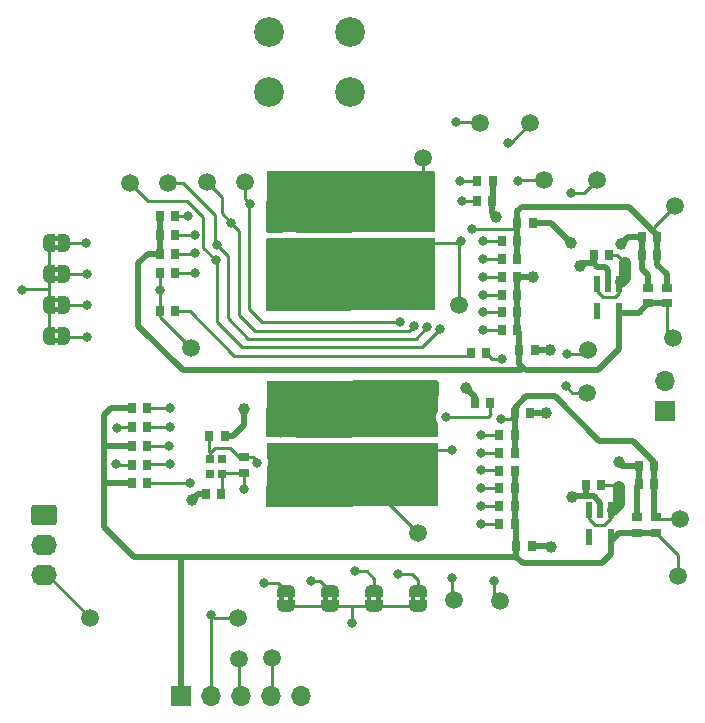
<source format=gbr>
%TF.GenerationSoftware,KiCad,Pcbnew,(6.0.0-0)*%
%TF.CreationDate,2022-06-10T22:05:24-07:00*%
%TF.ProjectId,bitaxe,62697461-7865-42e6-9b69-6361645f7063,rev?*%
%TF.SameCoordinates,Original*%
%TF.FileFunction,Copper,L1,Top*%
%TF.FilePolarity,Positive*%
%FSLAX46Y46*%
G04 Gerber Fmt 4.6, Leading zero omitted, Abs format (unit mm)*
G04 Created by KiCad (PCBNEW (6.0.0-0)) date 2022-06-10 22:05:24*
%MOMM*%
%LPD*%
G01*
G04 APERTURE LIST*
G04 Aperture macros list*
%AMRoundRect*
0 Rectangle with rounded corners*
0 $1 Rounding radius*
0 $2 $3 $4 $5 $6 $7 $8 $9 X,Y pos of 4 corners*
0 Add a 4 corners polygon primitive as box body*
4,1,4,$2,$3,$4,$5,$6,$7,$8,$9,$2,$3,0*
0 Add four circle primitives for the rounded corners*
1,1,$1+$1,$2,$3*
1,1,$1+$1,$4,$5*
1,1,$1+$1,$6,$7*
1,1,$1+$1,$8,$9*
0 Add four rect primitives between the rounded corners*
20,1,$1+$1,$2,$3,$4,$5,0*
20,1,$1+$1,$4,$5,$6,$7,0*
20,1,$1+$1,$6,$7,$8,$9,0*
20,1,$1+$1,$8,$9,$2,$3,0*%
%AMFreePoly0*
4,1,22,0.500000,-0.750000,0.000000,-0.750000,0.000000,-0.745033,-0.079941,-0.743568,-0.215256,-0.701293,-0.333266,-0.622738,-0.424486,-0.514219,-0.481581,-0.384460,-0.499164,-0.250000,-0.500000,-0.250000,-0.500000,0.250000,-0.499164,0.250000,-0.499963,0.256109,-0.478152,0.396186,-0.417904,0.524511,-0.324060,0.630769,-0.204165,0.706417,-0.067858,0.745374,0.000000,0.744959,0.000000,0.750000,
0.500000,0.750000,0.500000,-0.750000,0.500000,-0.750000,$1*%
%AMFreePoly1*
4,1,20,0.000000,0.744959,0.073905,0.744508,0.209726,0.703889,0.328688,0.626782,0.421226,0.519385,0.479903,0.390333,0.500000,0.250000,0.500000,-0.250000,0.499851,-0.262216,0.476331,-0.402017,0.414519,-0.529596,0.319384,-0.634700,0.198574,-0.708877,0.061801,-0.746166,0.000000,-0.745033,0.000000,-0.750000,-0.500000,-0.750000,-0.500000,0.750000,0.000000,0.750000,0.000000,0.744959,
0.000000,0.744959,$1*%
G04 Aperture macros list end*
%TA.AperFunction,SMDPad,CuDef*%
%ADD10R,0.558800X1.422400*%
%TD*%
%TA.AperFunction,SMDPad,CuDef*%
%ADD11C,1.500000*%
%TD*%
%TA.AperFunction,ComponentPad*%
%ADD12O,2.190000X1.740000*%
%TD*%
%TA.AperFunction,ComponentPad*%
%ADD13RoundRect,0.250000X-0.845000X0.620000X-0.845000X-0.620000X0.845000X-0.620000X0.845000X0.620000X0*%
%TD*%
%TA.AperFunction,SMDPad,CuDef*%
%ADD14R,0.900000X0.700000*%
%TD*%
%TA.AperFunction,ComponentPad*%
%ADD15C,2.520000*%
%TD*%
%TA.AperFunction,SMDPad,CuDef*%
%ADD16R,0.700000X0.900000*%
%TD*%
%TA.AperFunction,SMDPad,CuDef*%
%ADD17FreePoly0,0.000000*%
%TD*%
%TA.AperFunction,SMDPad,CuDef*%
%ADD18FreePoly1,0.000000*%
%TD*%
%TA.AperFunction,ComponentPad*%
%ADD19O,1.700000X1.700000*%
%TD*%
%TA.AperFunction,ComponentPad*%
%ADD20R,1.700000X1.700000*%
%TD*%
%TA.AperFunction,SMDPad,CuDef*%
%ADD21FreePoly0,270.000000*%
%TD*%
%TA.AperFunction,SMDPad,CuDef*%
%ADD22FreePoly1,270.000000*%
%TD*%
%TA.AperFunction,SMDPad,CuDef*%
%ADD23RoundRect,0.250000X1.025000X-0.875000X1.025000X0.875000X-1.025000X0.875000X-1.025000X-0.875000X0*%
%TD*%
%TA.AperFunction,SMDPad,CuDef*%
%ADD24R,0.750000X0.700000*%
%TD*%
%TA.AperFunction,ViaPad*%
%ADD25C,0.800000*%
%TD*%
%TA.AperFunction,ViaPad*%
%ADD26C,1.000000*%
%TD*%
%TA.AperFunction,Conductor*%
%ADD27C,0.254000*%
%TD*%
%TA.AperFunction,Conductor*%
%ADD28C,0.508000*%
%TD*%
%TA.AperFunction,Conductor*%
%ADD29C,1.000000*%
%TD*%
G04 APERTURE END LIST*
%TO.C,JP2*%
G36*
X64670000Y-68950000D02*
G01*
X64170000Y-68950000D01*
X64170000Y-68550000D01*
X64670000Y-68550000D01*
X64670000Y-68950000D01*
G37*
G36*
X64670000Y-69750000D02*
G01*
X64170000Y-69750000D01*
X64170000Y-69350000D01*
X64670000Y-69350000D01*
X64670000Y-69750000D01*
G37*
%TO.C,JP5*%
G36*
X95580000Y-96900000D02*
G01*
X95180000Y-96900000D01*
X95180000Y-96400000D01*
X95580000Y-96400000D01*
X95580000Y-96900000D01*
G37*
G36*
X94780000Y-96900000D02*
G01*
X94380000Y-96900000D01*
X94380000Y-96400000D01*
X94780000Y-96400000D01*
X94780000Y-96900000D01*
G37*
%TO.C,JP1*%
G36*
X64670000Y-67136667D02*
G01*
X64170000Y-67136667D01*
X64170000Y-66736667D01*
X64670000Y-66736667D01*
X64670000Y-67136667D01*
G37*
G36*
X64670000Y-66336667D02*
G01*
X64170000Y-66336667D01*
X64170000Y-65936667D01*
X64670000Y-65936667D01*
X64670000Y-66336667D01*
G37*
%TO.C,JP8*%
G36*
X84440000Y-96900000D02*
G01*
X84040000Y-96900000D01*
X84040000Y-96400000D01*
X84440000Y-96400000D01*
X84440000Y-96900000D01*
G37*
G36*
X83640000Y-96900000D02*
G01*
X83240000Y-96900000D01*
X83240000Y-96400000D01*
X83640000Y-96400000D01*
X83640000Y-96900000D01*
G37*
%TO.C,JP6*%
G36*
X91866666Y-96900000D02*
G01*
X91466666Y-96900000D01*
X91466666Y-96400000D01*
X91866666Y-96400000D01*
X91866666Y-96900000D01*
G37*
G36*
X91066666Y-96900000D02*
G01*
X90666666Y-96900000D01*
X90666666Y-96400000D01*
X91066666Y-96400000D01*
X91066666Y-96900000D01*
G37*
%TO.C,JP7*%
G36*
X88153333Y-96900000D02*
G01*
X87753333Y-96900000D01*
X87753333Y-96400000D01*
X88153333Y-96400000D01*
X88153333Y-96900000D01*
G37*
G36*
X87353333Y-96900000D02*
G01*
X86953333Y-96900000D01*
X86953333Y-96400000D01*
X87353333Y-96400000D01*
X87353333Y-96900000D01*
G37*
%TO.C,JP3*%
G36*
X64670000Y-71563333D02*
G01*
X64170000Y-71563333D01*
X64170000Y-71163333D01*
X64670000Y-71163333D01*
X64670000Y-71563333D01*
G37*
G36*
X64670000Y-72363333D02*
G01*
X64170000Y-72363333D01*
X64170000Y-71963333D01*
X64670000Y-71963333D01*
X64670000Y-72363333D01*
G37*
%TO.C,JP4*%
G36*
X64670000Y-74976667D02*
G01*
X64170000Y-74976667D01*
X64170000Y-74576667D01*
X64670000Y-74576667D01*
X64670000Y-74976667D01*
G37*
G36*
X64670000Y-74176667D02*
G01*
X64170000Y-74176667D01*
X64170000Y-73776667D01*
X64670000Y-73776667D01*
X64670000Y-74176667D01*
G37*
%TD*%
D10*
%TO.P,IC3,1,VIN*%
%TO.N,/5V*%
X111370001Y-89165600D03*
%TO.P,IC3,2,GND*%
%TO.N,GND*%
X110420000Y-89165600D03*
%TO.P,IC3,3,EN*%
%TO.N,/5V*%
X109469999Y-89165600D03*
%TO.P,IC3,4*%
%TO.N,N/C*%
X109469999Y-91454400D03*
%TO.P,IC3,5,VOUT*%
%TO.N,/1V8_2*%
X111370001Y-91454400D03*
%TD*%
%TO.P,IC4,1,VIN*%
%TO.N,/5V*%
X112040001Y-69985600D03*
%TO.P,IC4,2,GND*%
%TO.N,/A*%
X111090000Y-69985600D03*
%TO.P,IC4,3,EN*%
%TO.N,/5V*%
X110139999Y-69985600D03*
%TO.P,IC4,4*%
%TO.N,N/C*%
X110139999Y-72274400D03*
%TO.P,IC4,5,VOUT*%
%TO.N,/1V8_1*%
X112040001Y-72274400D03*
%TD*%
D11*
%TO.P,TP24,1,1*%
%TO.N,Net-(IC1-Pad6)*%
X110160000Y-61190000D03*
%TD*%
%TO.P,TP23,1,1*%
%TO.N,Net-(IC1-Pad5)*%
X105660000Y-61190000D03*
%TD*%
%TO.P,TP22,1,1*%
%TO.N,Net-(IC1-Pad2)*%
X104490000Y-56400000D03*
%TD*%
%TO.P,TP21,1,1*%
%TO.N,Net-(IC1-Pad1)*%
X100220000Y-56340000D03*
%TD*%
D12*
%TO.P,J5,3,Pin_3*%
%TO.N,/PWM*%
X63350000Y-94680000D03*
%TO.P,J5,2,Pin_2*%
%TO.N,/5V*%
X63350000Y-92140000D03*
D13*
%TO.P,J5,1,Pin_1*%
%TO.N,GND*%
X63350000Y-89600000D03*
%TD*%
D14*
%TO.P,C22,2,2*%
%TO.N,/A*%
X114500000Y-70350000D03*
%TO.P,C22,1,1*%
%TO.N,/1V8_1*%
X114500000Y-71650000D03*
%TD*%
D15*
%TO.P,J2,1,Pin_1*%
%TO.N,GND*%
X82380000Y-48640000D03*
X82380000Y-53720000D03*
%TD*%
%TO.P,J1,1,Pin_1*%
%TO.N,/VIN*%
X89290000Y-53720000D03*
X89290000Y-48640000D03*
%TD*%
D16*
%TO.P,R30,1*%
%TO.N,Net-(IC1-Pad10)*%
X102100000Y-67902000D03*
%TO.P,R30,2*%
%TO.N,/0V8_1*%
X103400000Y-67902000D03*
%TD*%
D14*
%TO.P,C7,1,1*%
%TO.N,/A*%
X96100000Y-82510000D03*
%TO.P,C7,2,2*%
%TO.N,GND*%
X96100000Y-83810000D03*
%TD*%
D16*
%TO.P,C1,1,1*%
%TO.N,/1V8_2*%
X103340000Y-92210000D03*
%TO.P,C1,2,2*%
%TO.N,GND*%
X104640000Y-92210000D03*
%TD*%
%TO.P,R6,1*%
%TO.N,Net-(C3-Pad1)*%
X73140000Y-69040000D03*
%TO.P,R6,2*%
%TO.N,Net-(IC1-Pad25)*%
X74440000Y-69040000D03*
%TD*%
D14*
%TO.P,R14,1,1*%
%TO.N,Net-(C8-Pad1)*%
X80300000Y-84680000D03*
%TO.P,R14,2,2*%
%TO.N,Net-(C11-Pad1)*%
X80300000Y-85980000D03*
%TD*%
D16*
%TO.P,R5,1*%
%TO.N,Net-(C3-Pad2)*%
X99490000Y-75880000D03*
%TO.P,R5,2*%
%TO.N,Net-(IC2-Pad6)*%
X100790000Y-75880000D03*
%TD*%
%TO.P,C3,1,1*%
%TO.N,Net-(C3-Pad1)*%
X73130000Y-72310000D03*
%TO.P,C3,2,2*%
%TO.N,Net-(C3-Pad2)*%
X74430000Y-72310000D03*
%TD*%
D17*
%TO.P,JP2,1,A*%
%TO.N,/A*%
X63770000Y-69150000D03*
D18*
%TO.P,JP2,2,B*%
%TO.N,Net-(IC1-Pad22)*%
X65070000Y-69150000D03*
%TD*%
D11*
%TO.P,TP15,1,1*%
%TO.N,GND*%
X95040000Y-91100000D03*
%TD*%
%TO.P,TP4,1,1*%
%TO.N,/0V8_1*%
X116760000Y-63400000D03*
%TD*%
D16*
%TO.P,R16,1*%
%TO.N,Net-(IC2-Pad32)*%
X72100000Y-80540000D03*
%TO.P,R16,2*%
%TO.N,/1V8_2*%
X70800000Y-80540000D03*
%TD*%
%TO.P,R29,1*%
%TO.N,Net-(IC1-Pad9)*%
X102100000Y-66400000D03*
%TO.P,R29,2*%
%TO.N,/0V8_1*%
X103400000Y-66400000D03*
%TD*%
%TO.P,R24,1*%
%TO.N,/1V8_2*%
X103190000Y-88818000D03*
%TO.P,R24,2*%
%TO.N,Net-(IC2-Pad13)*%
X101890000Y-88818000D03*
%TD*%
D11*
%TO.P,TP5,1,1*%
%TO.N,Net-(C3-Pad1)*%
X75760000Y-75430000D03*
%TD*%
D16*
%TO.P,R31,1*%
%TO.N,Net-(IC1-Pad11)*%
X102100000Y-69404000D03*
%TO.P,R31,2*%
%TO.N,/1V8_1*%
X103400000Y-69404000D03*
%TD*%
D14*
%TO.P,C6,1,1*%
%TO.N,/VIN*%
X84120000Y-65190000D03*
%TO.P,C6,2,2*%
%TO.N,/A*%
X84120000Y-66490000D03*
%TD*%
D19*
%TO.P,J3,5,Pin_5*%
%TO.N,GND*%
X85120000Y-104860000D03*
%TO.P,J3,4,Pin_4*%
%TO.N,/RST_N*%
X82580000Y-104860000D03*
%TO.P,J3,3,Pin_3*%
%TO.N,/RO*%
X80040000Y-104860000D03*
%TO.P,J3,2,Pin_2*%
%TO.N,/CI*%
X77500000Y-104860000D03*
D20*
%TO.P,J3,1,Pin_1*%
%TO.N,/1V8_2*%
X74960000Y-104860000D03*
%TD*%
D16*
%TO.P,R10,1*%
%TO.N,Net-(IC2-Pad29)*%
X72100000Y-85287500D03*
%TO.P,R10,2*%
%TO.N,GND*%
X70800000Y-85287500D03*
%TD*%
D11*
%TO.P,TP16,1,1*%
%TO.N,Net-(IC2-Pad16)*%
X98030000Y-96770000D03*
%TD*%
D16*
%TO.P,R27,1*%
%TO.N,/0V8_2*%
X103190000Y-84282000D03*
%TO.P,R27,2*%
%TO.N,Net-(IC2-Pad10)*%
X101890000Y-84282000D03*
%TD*%
%TO.P,R4,1*%
%TO.N,/1V8_1*%
X73140000Y-67433332D03*
%TO.P,R4,2*%
%TO.N,Net-(IC1-Pad26)*%
X74440000Y-67433332D03*
%TD*%
%TO.P,R34,1*%
%TO.N,Net-(IC1-Pad14)*%
X102100000Y-73910000D03*
%TO.P,R34,2*%
%TO.N,/1V8_1*%
X103400000Y-73910000D03*
%TD*%
D20*
%TO.P,J4,1,Pin_1*%
%TO.N,GND*%
X115890000Y-80745000D03*
D19*
%TO.P,J4,2,Pin_2*%
%TO.N,/5V*%
X115890000Y-78205000D03*
%TD*%
D16*
%TO.P,R33,1*%
%TO.N,Net-(IC1-Pad13)*%
X102100000Y-72408000D03*
%TO.P,R33,2*%
%TO.N,/1V8_1*%
X103400000Y-72408000D03*
%TD*%
%TO.P,R32,1*%
%TO.N,Net-(IC1-Pad12)*%
X102100000Y-70906000D03*
%TO.P,R32,2*%
%TO.N,/1V8_1*%
X103400000Y-70906000D03*
%TD*%
D11*
%TO.P,TP19,1,1*%
%TO.N,Net-(IC1-Pad16)*%
X109370000Y-75590000D03*
%TD*%
D16*
%TO.P,R25,1*%
%TO.N,/1V8_2*%
X103190000Y-87306000D03*
%TO.P,R25,2*%
%TO.N,Net-(IC2-Pad12)*%
X101890000Y-87306000D03*
%TD*%
D14*
%TO.P,C16,1,1*%
%TO.N,/A*%
X82680000Y-82510000D03*
%TO.P,C16,2,2*%
%TO.N,GND*%
X82680000Y-83810000D03*
%TD*%
D11*
%TO.P,TP3,1,1*%
%TO.N,/1V8_1*%
X116600000Y-74550000D03*
%TD*%
D16*
%TO.P,R22,1,1*%
%TO.N,/A*%
X113970000Y-67510000D03*
%TO.P,R22,2,2*%
%TO.N,/0V8_1*%
X115270000Y-67510000D03*
%TD*%
D21*
%TO.P,JP5,1,A*%
%TO.N,Net-(IC2-Pad20)*%
X94980000Y-96000000D03*
D22*
%TO.P,JP5,2,B*%
%TO.N,GND*%
X94980000Y-97300000D03*
%TD*%
D11*
%TO.P,TP8,1,1*%
%TO.N,Net-(IC1-Pad32)*%
X80380000Y-61400000D03*
%TD*%
D23*
%TO.P,C18,1*%
%TO.N,/A*%
X89320000Y-79680000D03*
%TO.P,C18,2*%
%TO.N,GND*%
X89320000Y-86080000D03*
%TD*%
D16*
%TO.P,R28,1*%
%TO.N,/0V8_2*%
X103190000Y-82770000D03*
%TO.P,R28,2*%
%TO.N,Net-(IC2-Pad9)*%
X101890000Y-82770000D03*
%TD*%
D17*
%TO.P,JP1,1,A*%
%TO.N,/A*%
X63770000Y-66536667D03*
D18*
%TO.P,JP1,2,B*%
%TO.N,Net-(IC1-Pad23)*%
X65070000Y-66536667D03*
%TD*%
D16*
%TO.P,R2,1*%
%TO.N,/1V8_1*%
X73140000Y-64220000D03*
%TO.P,R2,2*%
%TO.N,Net-(IC1-Pad31)*%
X74440000Y-64220000D03*
%TD*%
D14*
%TO.P,C10,1,1*%
%TO.N,/A*%
X84090000Y-82510000D03*
%TO.P,C10,2,2*%
%TO.N,GND*%
X84090000Y-83810000D03*
%TD*%
D16*
%TO.P,R26,1*%
%TO.N,/1V8_2*%
X103190000Y-85794000D03*
%TO.P,R26,2*%
%TO.N,Net-(IC2-Pad11)*%
X101890000Y-85794000D03*
%TD*%
%TO.P,C11,1,1*%
%TO.N,Net-(C11-Pad1)*%
X78370000Y-87810000D03*
%TO.P,C11,2,2*%
%TO.N,GND*%
X77070000Y-87810000D03*
%TD*%
%TO.P,R23,2*%
%TO.N,Net-(IC2-Pad14)*%
X101890000Y-90330000D03*
%TO.P,R23,1*%
%TO.N,/1V8_2*%
X103190000Y-90330000D03*
%TD*%
%TO.P,R12,1*%
%TO.N,Net-(IC1-Pad3)*%
X100020000Y-61250000D03*
%TO.P,R12,2*%
%TO.N,/1V8_1*%
X101320000Y-61250000D03*
%TD*%
D21*
%TO.P,JP8,1,A*%
%TO.N,Net-(IC2-Pad23)*%
X83840000Y-96000000D03*
D22*
%TO.P,JP8,2,B*%
%TO.N,GND*%
X83840000Y-97300000D03*
%TD*%
D14*
%TO.P,C14,1,1*%
%TO.N,/A*%
X94690000Y-82480000D03*
%TO.P,C14,2,2*%
%TO.N,GND*%
X94690000Y-83780000D03*
%TD*%
D11*
%TO.P,TP7,1,1*%
%TO.N,Net-(IC1-Pad30)*%
X77130000Y-61400000D03*
%TD*%
D14*
%TO.P,R19,1,1*%
%TO.N,/0V8_2*%
X115160000Y-89760000D03*
%TO.P,R19,2,2*%
%TO.N,/1V8_2*%
X115160000Y-91060000D03*
%TD*%
D11*
%TO.P,TP13,1,1*%
%TO.N,/RO*%
X79830000Y-101730000D03*
%TD*%
D16*
%TO.P,C26,1,1*%
%TO.N,/0V8_1*%
X115270000Y-65980000D03*
%TO.P,C26,2,2*%
%TO.N,/A*%
X113970000Y-65980000D03*
%TD*%
D23*
%TO.P,C17,1*%
%TO.N,/VIN*%
X89310000Y-62210000D03*
%TO.P,C17,2*%
%TO.N,/A*%
X89310000Y-68610000D03*
%TD*%
D16*
%TO.P,C19,1,1*%
%TO.N,/5V*%
X110520000Y-87050000D03*
%TO.P,C19,2,2*%
%TO.N,GND*%
X109220000Y-87050000D03*
%TD*%
D14*
%TO.P,R21,1,1*%
%TO.N,/0V8_1*%
X116080000Y-70350000D03*
%TO.P,R21,2,2*%
%TO.N,/1V8_1*%
X116080000Y-71650000D03*
%TD*%
%TO.P,C15,1,1*%
%TO.N,/VIN*%
X82660000Y-65210000D03*
%TO.P,C15,2,2*%
%TO.N,/A*%
X82660000Y-66510000D03*
%TD*%
D21*
%TO.P,JP6,1,A*%
%TO.N,Net-(IC2-Pad21)*%
X91266666Y-96000000D03*
D22*
%TO.P,JP6,2,B*%
%TO.N,GND*%
X91266666Y-97300000D03*
%TD*%
D16*
%TO.P,C4,1,1*%
%TO.N,/1V8_1*%
X103590000Y-75600000D03*
%TO.P,C4,2,2*%
%TO.N,/A*%
X104890000Y-75600000D03*
%TD*%
D24*
%TO.P,Y1,P$1,P$1*%
%TO.N,Net-(C8-Pad1)*%
X77410000Y-84775000D03*
%TO.P,Y1,P$2*%
%TO.N,N/C*%
X77410000Y-86125000D03*
%TO.P,Y1,P$3,P$2*%
%TO.N,Net-(C11-Pad1)*%
X78410000Y-86125000D03*
%TO.P,Y1,P$4*%
%TO.N,N/C*%
X78410000Y-84775000D03*
%TD*%
D16*
%TO.P,R9,1*%
%TO.N,Net-(IC2-Pad27)*%
X72100000Y-86870000D03*
%TO.P,R9,2*%
%TO.N,/1V8_2*%
X70800000Y-86870000D03*
%TD*%
D21*
%TO.P,JP7,1,A*%
%TO.N,Net-(IC2-Pad22)*%
X87553333Y-96000000D03*
D22*
%TO.P,JP7,2,B*%
%TO.N,GND*%
X87553333Y-97300000D03*
%TD*%
D11*
%TO.P,TP9,1,1*%
%TO.N,Net-(IC1-Pad27)*%
X70600000Y-61430000D03*
%TD*%
D17*
%TO.P,JP3,1,A*%
%TO.N,/A*%
X63770000Y-71763333D03*
D18*
%TO.P,JP3,2,B*%
%TO.N,Net-(IC1-Pad21)*%
X65070000Y-71763333D03*
%TD*%
D16*
%TO.P,R3,1*%
%TO.N,/1V8_1*%
X73140000Y-65826666D03*
%TO.P,R3,2*%
%TO.N,Net-(IC1-Pad29)*%
X74440000Y-65826666D03*
%TD*%
D11*
%TO.P,TP14,1,1*%
%TO.N,/RST_N*%
X82610000Y-101700000D03*
%TD*%
D14*
%TO.P,C9,1,1*%
%TO.N,/VIN*%
X95930000Y-65210000D03*
%TO.P,C9,2,2*%
%TO.N,/A*%
X95930000Y-66510000D03*
%TD*%
%TO.P,C12,1,1*%
%TO.N,/VIN*%
X94490000Y-65190000D03*
%TO.P,C12,2,2*%
%TO.N,/A*%
X94490000Y-66490000D03*
%TD*%
D16*
%TO.P,R1,1*%
%TO.N,GND*%
X99830000Y-80110000D03*
%TO.P,R1,2*%
%TO.N,Net-(IC2-Pad4)*%
X101130000Y-80110000D03*
%TD*%
D11*
%TO.P,TP10,1,1*%
%TO.N,/A*%
X98490000Y-71780000D03*
%TD*%
D16*
%TO.P,C2,1,1*%
%TO.N,/0V8_2*%
X103200000Y-80960000D03*
%TO.P,C2,2,2*%
%TO.N,GND*%
X104500000Y-80960000D03*
%TD*%
%TO.P,C25,1,1*%
%TO.N,/0V8_2*%
X114980000Y-85390000D03*
%TO.P,C25,2,2*%
%TO.N,GND*%
X113680000Y-85390000D03*
%TD*%
%TO.P,C20,1,1*%
%TO.N,/5V*%
X111170000Y-67530000D03*
%TO.P,C20,2,2*%
%TO.N,/A*%
X109870000Y-67530000D03*
%TD*%
D17*
%TO.P,JP4,1,A*%
%TO.N,/A*%
X63770000Y-74376667D03*
D18*
%TO.P,JP4,2,B*%
%TO.N,Net-(IC1-Pad20)*%
X65070000Y-74376667D03*
%TD*%
D16*
%TO.P,C5,1,1*%
%TO.N,/0V8_1*%
X103430000Y-64800000D03*
%TO.P,C5,2,2*%
%TO.N,/A*%
X104730000Y-64800000D03*
%TD*%
D11*
%TO.P,TP6,1,1*%
%TO.N,Net-(IC1-Pad28)*%
X73880000Y-61430000D03*
%TD*%
D16*
%TO.P,R13,1*%
%TO.N,Net-(IC1-Pad4)*%
X100000000Y-62950000D03*
%TO.P,R13,2*%
%TO.N,/1V8_1*%
X101300000Y-62950000D03*
%TD*%
D11*
%TO.P,TP18,1,1*%
%TO.N,Net-(IC1-Pad15)*%
X109300000Y-79200000D03*
%TD*%
D16*
%TO.P,C8,1,1*%
%TO.N,Net-(C8-Pad1)*%
X77350000Y-82880000D03*
%TO.P,C8,2,2*%
%TO.N,GND*%
X78650000Y-82880000D03*
%TD*%
%TO.P,R11,1*%
%TO.N,Net-(IC2-Pad31)*%
X72100000Y-82122500D03*
%TO.P,R11,2*%
%TO.N,/RST_N*%
X70800000Y-82122500D03*
%TD*%
D11*
%TO.P,TP11,1,1*%
%TO.N,/VIN*%
X95450000Y-59300000D03*
%TD*%
%TO.P,TP2,1,1*%
%TO.N,/0V8_2*%
X117180000Y-89880000D03*
%TD*%
%TO.P,TP17,1,1*%
%TO.N,Net-(IC2-Pad15)*%
X101910000Y-96810000D03*
%TD*%
%TO.P,TP1,1,1*%
%TO.N,/1V8_2*%
X117060000Y-94720000D03*
%TD*%
%TO.P,TP12,1,1*%
%TO.N,/CI*%
X79770000Y-98320000D03*
%TD*%
D14*
%TO.P,C21,1,1*%
%TO.N,/1V8_2*%
X113560000Y-91050000D03*
%TO.P,C21,2,2*%
%TO.N,GND*%
X113560000Y-89750000D03*
%TD*%
D16*
%TO.P,R15,1*%
%TO.N,Net-(IC2-Pad30)*%
X72100000Y-83705000D03*
%TO.P,R15,2*%
%TO.N,/1V8_2*%
X70800000Y-83705000D03*
%TD*%
D11*
%TO.P,TP20,1,1*%
%TO.N,/PWM*%
X67250000Y-98260000D03*
%TD*%
D16*
%TO.P,R20,1,1*%
%TO.N,GND*%
X113700000Y-86970000D03*
%TO.P,R20,2,2*%
%TO.N,/0V8_2*%
X115000000Y-86970000D03*
%TD*%
D25*
%TO.N,Net-(IC1-Pad6)*%
X107930000Y-62270000D03*
%TO.N,Net-(IC1-Pad5)*%
X103490000Y-61240000D03*
%TO.N,Net-(IC1-Pad2)*%
X102640000Y-58050000D03*
%TO.N,Net-(IC1-Pad1)*%
X98220000Y-56290000D03*
%TO.N,/VIN*%
X91800000Y-64570000D03*
X86800000Y-62330000D03*
X87990000Y-64570000D03*
X86780000Y-64570000D03*
X90500000Y-64570000D03*
X89250000Y-64570000D03*
X91820000Y-62330000D03*
%TO.N,/A*%
X86710000Y-66700000D03*
D26*
X106220000Y-75610000D03*
X107950000Y-66510000D03*
D25*
X87990000Y-82050000D03*
X91800000Y-82050000D03*
X86710000Y-70870000D03*
X86710000Y-69280000D03*
X89245000Y-70870000D03*
X91780000Y-66700000D03*
X89250000Y-82050000D03*
X91780000Y-70870000D03*
X82640000Y-70780000D03*
X87997500Y-67930000D03*
X89265000Y-67930000D03*
X87977500Y-70870000D03*
X90512500Y-66700000D03*
X86740000Y-82050000D03*
X61440000Y-70480000D03*
X86730000Y-67930000D03*
D26*
X108730000Y-68440000D03*
D25*
X90512500Y-70870000D03*
X90512500Y-69280000D03*
X87977500Y-66700000D03*
X89245000Y-69280000D03*
X86760000Y-79610000D03*
X91800000Y-67930000D03*
X90500000Y-82050000D03*
X90532500Y-67930000D03*
X91820000Y-79610000D03*
X89245000Y-66700000D03*
X98680000Y-66370000D03*
X87977500Y-69280000D03*
X91780000Y-69280000D03*
D26*
X112200000Y-66580000D03*
D25*
%TO.N,GND*%
X86750000Y-85580000D03*
D26*
X108060000Y-88040000D03*
D25*
X89290000Y-84310000D03*
X86750000Y-86800000D03*
X91820000Y-85580000D03*
X91820000Y-86800000D03*
X90510000Y-86800000D03*
X86760000Y-84310000D03*
X91850000Y-88210000D03*
X89280000Y-85580000D03*
X88000000Y-85580000D03*
X89310000Y-88210000D03*
X88030000Y-88210000D03*
X90540000Y-88210000D03*
X89380000Y-98730000D03*
D26*
X105850000Y-80960000D03*
D25*
X89280000Y-86800000D03*
X83160000Y-88210000D03*
D26*
X106290000Y-92260000D03*
D25*
X90520000Y-84310000D03*
X90510000Y-85580000D03*
D26*
X80300000Y-80560000D03*
D25*
X91830000Y-84310000D03*
X86780000Y-88210000D03*
D26*
X75910000Y-88290000D03*
X112020000Y-85090000D03*
X99070000Y-78830000D03*
D25*
X88000000Y-86800000D03*
X69470000Y-85250000D03*
X97900000Y-84060000D03*
X88010000Y-84310000D03*
%TO.N,Net-(C8-Pad1)*%
X81390000Y-85120000D03*
%TO.N,Net-(C11-Pad1)*%
X80290000Y-87390000D03*
%TO.N,/CI*%
X77510000Y-98010000D03*
%TO.N,/0V8_2*%
X102020000Y-81400000D03*
%TO.N,/0V8_1*%
X99620000Y-65370000D03*
D26*
%TO.N,/1V8_1*%
X101650000Y-64360000D03*
X104720000Y-69430000D03*
D25*
%TO.N,/RST_N*%
X69510000Y-82170000D03*
D26*
%TO.N,/5V*%
X112020000Y-87170000D03*
X112530000Y-68180000D03*
D25*
%TO.N,Net-(IC1-Pad3)*%
X98540000Y-61260000D03*
%TO.N,Net-(IC1-Pad4)*%
X98760000Y-62970000D03*
%TO.N,Net-(C3-Pad1)*%
X73140000Y-70480000D03*
%TO.N,Net-(IC1-Pad25)*%
X76150000Y-69070000D03*
%TO.N,Net-(IC1-Pad26)*%
X76120000Y-67410000D03*
%TO.N,Net-(IC1-Pad27)*%
X96860000Y-73820000D03*
X77870000Y-67940000D03*
%TO.N,Net-(IC1-Pad28)*%
X77950000Y-66700000D03*
X95800000Y-73640000D03*
%TO.N,Net-(IC1-Pad29)*%
X76120000Y-65850000D03*
%TO.N,Net-(IC1-Pad30)*%
X79200000Y-64840000D03*
X94660000Y-73530000D03*
%TO.N,Net-(IC1-Pad31)*%
X75520000Y-64250000D03*
%TO.N,Net-(IC1-Pad32)*%
X93480000Y-73230000D03*
X80790000Y-63200000D03*
%TO.N,Net-(IC2-Pad4)*%
X97410000Y-81300000D03*
%TO.N,Net-(IC2-Pad6)*%
X102120000Y-76340000D03*
%TO.N,Net-(IC2-Pad27)*%
X75730000Y-86870000D03*
%TO.N,Net-(IC2-Pad29)*%
X74000000Y-85250000D03*
%TO.N,Net-(IC2-Pad30)*%
X73960000Y-83690000D03*
%TO.N,Net-(IC2-Pad31)*%
X73980000Y-82100000D03*
%TO.N,Net-(IC2-Pad32)*%
X73980000Y-80530000D03*
%TO.N,Net-(IC1-Pad9)*%
X100550000Y-66400000D03*
%TO.N,Net-(IC1-Pad10)*%
X100550000Y-67910000D03*
%TO.N,Net-(IC1-Pad11)*%
X100550000Y-69400000D03*
%TO.N,Net-(IC1-Pad12)*%
X100550000Y-70910000D03*
%TO.N,Net-(IC1-Pad13)*%
X100550000Y-72400000D03*
%TO.N,Net-(IC1-Pad14)*%
X100550000Y-73910000D03*
%TO.N,Net-(IC1-Pad15)*%
X107500000Y-78630000D03*
%TO.N,Net-(IC1-Pad16)*%
X107660000Y-75920000D03*
%TO.N,Net-(IC2-Pad9)*%
X100350000Y-82770000D03*
%TO.N,Net-(IC2-Pad10)*%
X100330000Y-84280000D03*
%TO.N,Net-(IC2-Pad11)*%
X100360000Y-85790000D03*
%TO.N,Net-(IC2-Pad12)*%
X100340000Y-87300000D03*
%TO.N,Net-(IC2-Pad13)*%
X100340000Y-88820000D03*
%TO.N,Net-(IC2-Pad14)*%
X100350000Y-90330000D03*
%TO.N,Net-(IC2-Pad15)*%
X101450000Y-95110000D03*
%TO.N,Net-(IC2-Pad16)*%
X97910000Y-94900000D03*
%TO.N,Net-(IC1-Pad20)*%
X66980000Y-74456667D03*
%TO.N,Net-(IC1-Pad21)*%
X66980000Y-71766667D03*
%TO.N,Net-(IC1-Pad22)*%
X66960000Y-69176667D03*
%TO.N,Net-(IC1-Pad23)*%
X66940000Y-66496667D03*
%TO.N,Net-(IC2-Pad20)*%
X93290000Y-94580000D03*
%TO.N,Net-(IC2-Pad21)*%
X89700000Y-94340000D03*
%TO.N,Net-(IC2-Pad22)*%
X85970000Y-95150000D03*
%TO.N,Net-(IC2-Pad23)*%
X81990000Y-95280000D03*
%TD*%
D27*
%TO.N,/A*%
X98540000Y-66510000D02*
X95930000Y-66510000D01*
X98680000Y-66370000D02*
X98540000Y-66510000D01*
X98680000Y-66370000D02*
X98490000Y-66560000D01*
X98490000Y-66560000D02*
X98490000Y-71780000D01*
%TO.N,/0V8_1*%
X99620000Y-65370000D02*
X99630000Y-65380000D01*
X99630000Y-65380000D02*
X103430000Y-65380000D01*
%TO.N,Net-(IC1-Pad4)*%
X98760000Y-62970000D02*
X99980000Y-62970000D01*
X99980000Y-62970000D02*
X100000000Y-62950000D01*
%TO.N,Net-(IC1-Pad6)*%
X107930000Y-62270000D02*
X109080000Y-62270000D01*
X109080000Y-62270000D02*
X110160000Y-61190000D01*
%TO.N,Net-(IC1-Pad5)*%
X105660000Y-61190000D02*
X103540000Y-61190000D01*
X103540000Y-61190000D02*
X103490000Y-61240000D01*
%TO.N,Net-(IC1-Pad2)*%
X102640000Y-58050000D02*
X102840000Y-58050000D01*
X102840000Y-58050000D02*
X104490000Y-56400000D01*
%TO.N,Net-(IC1-Pad1)*%
X98220000Y-56290000D02*
X100170000Y-56290000D01*
X100170000Y-56290000D02*
X100220000Y-56340000D01*
%TO.N,/PWM*%
X63350000Y-94680000D02*
X63670000Y-94680000D01*
X63670000Y-94680000D02*
X67250000Y-98260000D01*
%TO.N,Net-(IC1-Pad27)*%
X77870000Y-67940000D02*
X76844080Y-66914080D01*
X76844080Y-66914080D02*
X76844080Y-64364080D01*
X95320000Y-75360000D02*
X96860000Y-73820000D01*
X75430000Y-62950000D02*
X72120000Y-62950000D01*
X76844080Y-64364080D02*
X75430000Y-62950000D01*
X72120000Y-62950000D02*
X70600000Y-61430000D01*
X77950000Y-68020000D02*
X77950000Y-73180000D01*
X77950000Y-73180000D02*
X80130000Y-75360000D01*
X77870000Y-67940000D02*
X77950000Y-68020000D01*
X80130000Y-75360000D02*
X95320000Y-75360000D01*
%TO.N,/1V8_1*%
X116080000Y-71650000D02*
X116080000Y-74030000D01*
X116080000Y-74030000D02*
X116600000Y-74550000D01*
D28*
%TO.N,/A*%
X114500000Y-70350000D02*
X114500000Y-69270000D01*
D27*
%TO.N,Net-(IC1-Pad15)*%
X109300000Y-79200000D02*
X108070000Y-79200000D01*
X108070000Y-79200000D02*
X107500000Y-78630000D01*
D28*
%TO.N,/0V8_2*%
X103200000Y-80960000D02*
X103200000Y-80460000D01*
X103200000Y-80460000D02*
X104140000Y-79520000D01*
X110350000Y-83290000D02*
X113191822Y-83290000D01*
X106580000Y-79520000D02*
X110350000Y-83290000D01*
X104140000Y-79520000D02*
X106580000Y-79520000D01*
X113191822Y-83290000D02*
X114980000Y-85078178D01*
X114980000Y-85078178D02*
X114980000Y-85390000D01*
D27*
X117180000Y-89880000D02*
X115280000Y-89880000D01*
X115280000Y-89880000D02*
X115160000Y-89760000D01*
%TO.N,/VIN*%
X95450000Y-64730000D02*
X95930000Y-65210000D01*
X95450000Y-59300000D02*
X95450000Y-64730000D01*
D28*
%TO.N,/A*%
X112200000Y-66580000D02*
X112800000Y-65980000D01*
D27*
X63770000Y-70460000D02*
X63770000Y-69150000D01*
X94720000Y-82510000D02*
X94690000Y-82480000D01*
D28*
X114500000Y-69270000D02*
X113970000Y-68740000D01*
X113970000Y-68740000D02*
X113970000Y-67510000D01*
X106210000Y-75600000D02*
X106220000Y-75610000D01*
D27*
X86280000Y-82510000D02*
X86740000Y-82050000D01*
D28*
X109870000Y-68250000D02*
X109870000Y-67530000D01*
D27*
X84090000Y-82510000D02*
X82680000Y-82510000D01*
X63770000Y-69150000D02*
X63770000Y-66536667D01*
D28*
X106240000Y-64800000D02*
X104730000Y-64800000D01*
X104890000Y-75600000D02*
X106210000Y-75600000D01*
X110823000Y-68540000D02*
X110160000Y-68540000D01*
D27*
X96100000Y-82510000D02*
X94720000Y-82510000D01*
D28*
X109870000Y-68250000D02*
X108920000Y-68250000D01*
D27*
X61460000Y-70460000D02*
X61440000Y-70480000D01*
D28*
X113970000Y-67510000D02*
X113970000Y-65980000D01*
D27*
X94690000Y-82480000D02*
X92230000Y-82480000D01*
D28*
X111090000Y-69815000D02*
X111090000Y-68807000D01*
X111090000Y-68807000D02*
X110823000Y-68540000D01*
D27*
X63770000Y-74376667D02*
X63770000Y-71763333D01*
D28*
X112800000Y-65980000D02*
X113970000Y-65980000D01*
X110160000Y-68540000D02*
X109870000Y-68250000D01*
X107950000Y-66510000D02*
X106240000Y-64800000D01*
X108920000Y-68250000D02*
X108730000Y-68440000D01*
D27*
X84090000Y-82510000D02*
X86280000Y-82510000D01*
X63770000Y-71763333D02*
X63770000Y-70460000D01*
X92230000Y-82480000D02*
X91800000Y-82050000D01*
X63770000Y-70460000D02*
X61460000Y-70460000D01*
%TO.N,GND*%
X96350000Y-84060000D02*
X96100000Y-83810000D01*
D28*
X106240000Y-92210000D02*
X106290000Y-92260000D01*
X78650000Y-82880000D02*
X79360000Y-82880000D01*
X113700000Y-86970000D02*
X113700000Y-85410000D01*
X84090000Y-83810000D02*
X86260000Y-83810000D01*
D27*
X83840000Y-97300000D02*
X87553333Y-97300000D01*
X91266666Y-97300000D02*
X94980000Y-97300000D01*
X69507500Y-85287500D02*
X69470000Y-85250000D01*
D28*
X108130000Y-87970000D02*
X108060000Y-88040000D01*
X110420000Y-88510000D02*
X109880000Y-87970000D01*
D27*
X89380000Y-97370000D02*
X89310000Y-97300000D01*
D28*
X76390000Y-87810000D02*
X75910000Y-88290000D01*
X113700000Y-85410000D02*
X113680000Y-85390000D01*
D27*
X95040000Y-91100000D02*
X92150000Y-88210000D01*
X89380000Y-98730000D02*
X89380000Y-97370000D01*
D28*
X80300000Y-81940000D02*
X80300000Y-80560000D01*
D27*
X70800000Y-85287500D02*
X69507500Y-85287500D01*
D28*
X110420000Y-89095000D02*
X110420000Y-88510000D01*
X104500000Y-80960000D02*
X105850000Y-80960000D01*
X113680000Y-85390000D02*
X112320000Y-85390000D01*
X109400000Y-87970000D02*
X109220000Y-87790000D01*
X77070000Y-87810000D02*
X76390000Y-87810000D01*
X79360000Y-82880000D02*
X80300000Y-81940000D01*
D27*
X89310000Y-97300000D02*
X91266666Y-97300000D01*
D28*
X112320000Y-85390000D02*
X112020000Y-85090000D01*
X109400000Y-87970000D02*
X108130000Y-87970000D01*
D27*
X97900000Y-84060000D02*
X96350000Y-84060000D01*
D28*
X113560000Y-87110000D02*
X113700000Y-86970000D01*
X113560000Y-89750000D02*
X113560000Y-87110000D01*
X94690000Y-83780000D02*
X96070000Y-83780000D01*
X99830000Y-80110000D02*
X99830000Y-79590000D01*
D27*
X87553333Y-97300000D02*
X89310000Y-97300000D01*
X92150000Y-88210000D02*
X91850000Y-88210000D01*
D28*
X109880000Y-87970000D02*
X109400000Y-87970000D01*
X82680000Y-83810000D02*
X84090000Y-83810000D01*
X104640000Y-92210000D02*
X106240000Y-92210000D01*
X86260000Y-83810000D02*
X86760000Y-84310000D01*
X109220000Y-87790000D02*
X109220000Y-87050000D01*
X96070000Y-83780000D02*
X96100000Y-83810000D01*
X99830000Y-79590000D02*
X99070000Y-78830000D01*
D27*
%TO.N,Net-(C8-Pad1)*%
X80300000Y-84680000D02*
X79880000Y-84680000D01*
X79880000Y-84680000D02*
X79090000Y-83890000D01*
X79090000Y-83890000D02*
X77800000Y-83890000D01*
X81080000Y-84680000D02*
X80300000Y-84680000D01*
X77800000Y-83890000D02*
X77410000Y-84280000D01*
X77350000Y-84220000D02*
X77410000Y-84280000D01*
X77350000Y-82880000D02*
X77350000Y-84220000D01*
X81390000Y-85120000D02*
X81390000Y-84990000D01*
X77410000Y-84280000D02*
X77410000Y-84775000D01*
X81390000Y-84990000D02*
X81080000Y-84680000D01*
%TO.N,Net-(C11-Pad1)*%
X78410000Y-86125000D02*
X78410000Y-87770000D01*
X80300000Y-85980000D02*
X78555000Y-85980000D01*
X78410000Y-87770000D02*
X78370000Y-87810000D01*
X80290000Y-87390000D02*
X80290000Y-85990000D01*
X78555000Y-85980000D02*
X78410000Y-86125000D01*
X80290000Y-85990000D02*
X80300000Y-85980000D01*
%TO.N,/CI*%
X79770000Y-98320000D02*
X77820000Y-98320000D01*
X77510000Y-98010000D02*
X77500000Y-98020000D01*
X77500000Y-98020000D02*
X77500000Y-104860000D01*
X77820000Y-98320000D02*
X77510000Y-98010000D01*
D28*
%TO.N,/1V8_2*%
X68450000Y-90590000D02*
X68450000Y-87040000D01*
X74960000Y-93140000D02*
X74930000Y-93110000D01*
X103340000Y-93110000D02*
X103880000Y-93650000D01*
X74930000Y-93110000D02*
X70970000Y-93110000D01*
X103880000Y-93650000D02*
X110620000Y-93650000D01*
X103340000Y-90480000D02*
X103190000Y-90330000D01*
X110620000Y-93650000D02*
X111370000Y-92900000D01*
X113570000Y-91060000D02*
X113560000Y-91050000D01*
X111370000Y-92900000D02*
X111370000Y-91725000D01*
X103340000Y-93110000D02*
X103340000Y-92210000D01*
X68450000Y-87040000D02*
X68620000Y-86870000D01*
D27*
X117060000Y-92960000D02*
X115160000Y-91060000D01*
D28*
X68620000Y-86870000D02*
X70800000Y-86870000D01*
X103190000Y-87306000D02*
X103190000Y-85794000D01*
X68450000Y-83740000D02*
X68450000Y-81080000D01*
X115160000Y-91060000D02*
X113570000Y-91060000D01*
X113560000Y-91050000D02*
X112045000Y-91050000D01*
X74960000Y-104860000D02*
X74960000Y-93140000D01*
X103190000Y-87306000D02*
X103190000Y-88818000D01*
X103340000Y-92210000D02*
X103340000Y-90480000D01*
X68450000Y-87040000D02*
X68450000Y-83740000D01*
X70970000Y-93110000D02*
X68450000Y-90590000D01*
X103190000Y-90330000D02*
X103190000Y-88818000D01*
X103340000Y-93110000D02*
X74930000Y-93110000D01*
X112045000Y-91050000D02*
X111370000Y-91725000D01*
X68990000Y-80540000D02*
X70800000Y-80540000D01*
X68450000Y-81080000D02*
X68990000Y-80540000D01*
D27*
X117060000Y-94720000D02*
X117060000Y-92960000D01*
D28*
X68450000Y-83740000D02*
X68485000Y-83705000D01*
X68485000Y-83705000D02*
X70800000Y-83705000D01*
D27*
%TO.N,/RO*%
X79830000Y-101730000D02*
X79830000Y-104650000D01*
X79830000Y-104650000D02*
X80040000Y-104860000D01*
D28*
%TO.N,/0V8_2*%
X114980000Y-85390000D02*
X114980000Y-86950000D01*
X103200000Y-82760000D02*
X103190000Y-82770000D01*
D27*
X102020000Y-81400000D02*
X102760000Y-81400000D01*
D28*
X115000000Y-86970000D02*
X115000000Y-89600000D01*
X115000000Y-89600000D02*
X115160000Y-89760000D01*
X114980000Y-86950000D02*
X115000000Y-86970000D01*
D27*
X102760000Y-81400000D02*
X103200000Y-80960000D01*
D28*
X103200000Y-80960000D02*
X103200000Y-82760000D01*
X103190000Y-82770000D02*
X103190000Y-84282000D01*
%TO.N,/0V8_1*%
X103430000Y-63860000D02*
X103430000Y-64800000D01*
X115270000Y-65980000D02*
X115270000Y-65880000D01*
D27*
X116760000Y-63400000D02*
X114995000Y-65165000D01*
D28*
X112870000Y-63480000D02*
X103810000Y-63480000D01*
X114995000Y-65605000D02*
X112870000Y-63480000D01*
X116080000Y-69190000D02*
X116080000Y-70350000D01*
X115270000Y-65880000D02*
X114995000Y-65605000D01*
X115270000Y-67510000D02*
X115270000Y-68380000D01*
X103400000Y-66400000D02*
X103400000Y-67902000D01*
X103430000Y-64800000D02*
X103430000Y-65380000D01*
X103810000Y-63480000D02*
X103430000Y-63860000D01*
X103430000Y-65380000D02*
X103430000Y-66370000D01*
X115270000Y-65980000D02*
X115270000Y-67510000D01*
X115270000Y-68380000D02*
X116080000Y-69190000D01*
D27*
X114995000Y-65165000D02*
X114995000Y-65605000D01*
D28*
X103430000Y-66370000D02*
X103400000Y-66400000D01*
%TO.N,/1V8_1*%
X75090000Y-77320000D02*
X71340000Y-73570000D01*
X103400000Y-73910000D02*
X103400000Y-72408000D01*
X101300000Y-64010000D02*
X101650000Y-64360000D01*
X110260000Y-77320000D02*
X104160000Y-77320000D01*
X72166668Y-67433332D02*
X73140000Y-67433332D01*
X71340000Y-73570000D02*
X71340000Y-68260000D01*
X73140000Y-65826666D02*
X73140000Y-64220000D01*
X113705000Y-72445000D02*
X114500000Y-71650000D01*
X112040000Y-72445000D02*
X113705000Y-72445000D01*
X104160000Y-77320000D02*
X103940000Y-77100000D01*
X71340000Y-68260000D02*
X72166668Y-67433332D01*
X101320000Y-62930000D02*
X101300000Y-62950000D01*
X112040000Y-75540000D02*
X110260000Y-77320000D01*
X104720000Y-69430000D02*
X103426000Y-69430000D01*
X73140000Y-67433332D02*
X73140000Y-65826666D01*
X103720000Y-77320000D02*
X75090000Y-77320000D01*
X101320000Y-61250000D02*
X101320000Y-62930000D01*
X114500000Y-71650000D02*
X116080000Y-71650000D01*
X103590000Y-74100000D02*
X103400000Y-73910000D01*
X112040000Y-72445000D02*
X112040000Y-75540000D01*
X103940000Y-77100000D02*
X103590000Y-76750000D01*
X103590000Y-76750000D02*
X103590000Y-75600000D01*
X103940000Y-77100000D02*
X103720000Y-77320000D01*
X103400000Y-70906000D02*
X103400000Y-72408000D01*
X101300000Y-62950000D02*
X101300000Y-64010000D01*
X103590000Y-75600000D02*
X103590000Y-74100000D01*
X103426000Y-69430000D02*
X103400000Y-69404000D01*
X103400000Y-69404000D02*
X103400000Y-70906000D01*
D27*
%TO.N,/RST_N*%
X69557500Y-82122500D02*
X70800000Y-82122500D01*
X69510000Y-82170000D02*
X69557500Y-82122500D01*
X82610000Y-104830000D02*
X82580000Y-104860000D01*
X82610000Y-101700000D02*
X82610000Y-104830000D01*
%TO.N,/5V*%
X109980000Y-90430000D02*
X110789000Y-90430000D01*
D28*
X112200000Y-69850000D02*
X112106911Y-69850000D01*
D27*
X110520000Y-87050000D02*
X111900000Y-87050000D01*
X111900000Y-87050000D02*
X112020000Y-87170000D01*
X111170000Y-67530000D02*
X111880000Y-67530000D01*
D28*
X112106911Y-69850000D02*
X112071911Y-69815000D01*
D29*
X112020000Y-88640000D02*
X112020000Y-87170000D01*
D27*
X110789000Y-90430000D02*
X111370000Y-89849000D01*
D28*
X111550000Y-89110000D02*
X111416911Y-89110000D01*
D27*
X110651000Y-71080000D02*
X111720000Y-71080000D01*
D29*
X112530000Y-69520000D02*
X112530000Y-68180000D01*
X111550000Y-89110000D02*
X112020000Y-88640000D01*
D27*
X112040000Y-70760000D02*
X112040000Y-69815000D01*
D28*
X111416911Y-89110000D02*
X111401911Y-89095000D01*
D29*
X112200000Y-69850000D02*
X112530000Y-69520000D01*
D27*
X111880000Y-67530000D02*
X112530000Y-68180000D01*
X110140000Y-69815000D02*
X110140000Y-70569000D01*
X111720000Y-71080000D02*
X112040000Y-70760000D01*
X109470000Y-89920000D02*
X109980000Y-90430000D01*
X111370000Y-89849000D02*
X111370000Y-89095000D01*
X109470000Y-89095000D02*
X109470000Y-89920000D01*
X110140000Y-70569000D02*
X110651000Y-71080000D01*
%TO.N,Net-(IC1-Pad3)*%
X98540000Y-61260000D02*
X100010000Y-61260000D01*
X100010000Y-61260000D02*
X100020000Y-61250000D01*
%TO.N,Net-(C3-Pad1)*%
X73130000Y-72310000D02*
X73130000Y-70490000D01*
X75760000Y-75430000D02*
X73130000Y-72800000D01*
X73130000Y-72800000D02*
X73130000Y-72310000D01*
X73130000Y-70490000D02*
X73140000Y-70480000D01*
X73140000Y-70480000D02*
X73140000Y-69040000D01*
%TO.N,Net-(IC1-Pad25)*%
X76120000Y-69040000D02*
X74440000Y-69040000D01*
X76150000Y-69070000D02*
X76120000Y-69040000D01*
%TO.N,Net-(IC1-Pad26)*%
X76120000Y-67410000D02*
X76096668Y-67433332D01*
X76096668Y-67433332D02*
X74440000Y-67433332D01*
%TO.N,Net-(IC1-Pad28)*%
X73880000Y-61430000D02*
X75130000Y-61430000D01*
X77840000Y-66590000D02*
X77950000Y-66700000D01*
X80650000Y-74640000D02*
X78920000Y-72910000D01*
X95800000Y-73640000D02*
X94800000Y-74640000D01*
X94800000Y-74640000D02*
X80650000Y-74640000D01*
X78920000Y-67670000D02*
X77950000Y-66700000D01*
X78920000Y-72910000D02*
X78920000Y-67670000D01*
X75130000Y-61430000D02*
X77840000Y-64140000D01*
X77840000Y-64140000D02*
X77840000Y-66590000D01*
%TO.N,Net-(IC1-Pad29)*%
X76120000Y-65850000D02*
X74463334Y-65850000D01*
X74463334Y-65850000D02*
X74440000Y-65826666D01*
%TO.N,Net-(IC1-Pad30)*%
X79870000Y-65510000D02*
X79870000Y-72594057D01*
X78390000Y-64030000D02*
X78390000Y-62660000D01*
X79870000Y-72594057D02*
X81225943Y-73950000D01*
X81225943Y-73950000D02*
X94240000Y-73950000D01*
X79200000Y-64840000D02*
X78390000Y-64030000D01*
X94240000Y-73950000D02*
X94660000Y-73530000D01*
X78390000Y-62660000D02*
X77130000Y-61400000D01*
X79200000Y-64840000D02*
X79870000Y-65510000D01*
%TO.N,Net-(IC1-Pad31)*%
X75490000Y-64220000D02*
X74440000Y-64220000D01*
X75520000Y-64250000D02*
X75490000Y-64220000D01*
%TO.N,Net-(IC1-Pad32)*%
X93480000Y-73230000D02*
X93440000Y-73190000D01*
X80380000Y-61400000D02*
X80380000Y-62790000D01*
X81820000Y-73190000D02*
X80730000Y-72100000D01*
X80730000Y-63260000D02*
X80790000Y-63200000D01*
X80730000Y-72100000D02*
X80730000Y-63260000D01*
X80380000Y-62790000D02*
X80790000Y-63200000D01*
X93440000Y-73190000D02*
X81820000Y-73190000D01*
X80790000Y-63200000D02*
X80720000Y-63270000D01*
%TO.N,Net-(IC2-Pad4)*%
X97480000Y-81230000D02*
X100900000Y-81230000D01*
X97410000Y-81300000D02*
X97480000Y-81230000D01*
X101160000Y-80970000D02*
X101130000Y-80940000D01*
X101130000Y-80940000D02*
X101130000Y-80110000D01*
X100900000Y-81230000D02*
X101160000Y-80970000D01*
%TO.N,Net-(IC2-Pad6)*%
X101250000Y-76340000D02*
X100790000Y-75880000D01*
X102120000Y-76340000D02*
X101250000Y-76340000D01*
%TO.N,Net-(IC2-Pad27)*%
X75730000Y-86870000D02*
X72100000Y-86870000D01*
%TO.N,Net-(IC2-Pad29)*%
X74000000Y-85250000D02*
X72137500Y-85250000D01*
X72137500Y-85250000D02*
X72100000Y-85287500D01*
%TO.N,Net-(IC2-Pad30)*%
X72115000Y-83690000D02*
X72100000Y-83705000D01*
X73960000Y-83690000D02*
X72115000Y-83690000D01*
%TO.N,Net-(IC2-Pad31)*%
X72122500Y-82100000D02*
X72100000Y-82122500D01*
X73980000Y-82100000D02*
X72122500Y-82100000D01*
%TO.N,Net-(IC2-Pad32)*%
X73980000Y-80530000D02*
X72110000Y-80530000D01*
X72110000Y-80530000D02*
X72100000Y-80540000D01*
%TO.N,Net-(C3-Pad2)*%
X99490000Y-75880000D02*
X99270000Y-76100000D01*
X75680000Y-72310000D02*
X74430000Y-72310000D01*
X79470000Y-76100000D02*
X75680000Y-72310000D01*
X99270000Y-76100000D02*
X79470000Y-76100000D01*
%TO.N,Net-(IC1-Pad9)*%
X100560000Y-66400000D02*
X102100000Y-66400000D01*
%TO.N,Net-(IC1-Pad10)*%
X100490000Y-67910000D02*
X102092000Y-67910000D01*
X102092000Y-67910000D02*
X102100000Y-67902000D01*
%TO.N,Net-(IC1-Pad11)*%
X100490000Y-69400000D02*
X102096000Y-69400000D01*
X102096000Y-69400000D02*
X102100000Y-69404000D01*
%TO.N,Net-(IC1-Pad12)*%
X102096000Y-70910000D02*
X102100000Y-70906000D01*
X100550000Y-70910000D02*
X102096000Y-70910000D01*
%TO.N,Net-(IC1-Pad13)*%
X100550000Y-72400000D02*
X102092000Y-72400000D01*
X102092000Y-72400000D02*
X102100000Y-72408000D01*
%TO.N,Net-(IC1-Pad14)*%
X100560000Y-73910000D02*
X102100000Y-73910000D01*
%TO.N,Net-(IC1-Pad16)*%
X107660000Y-75920000D02*
X109040000Y-75920000D01*
X109040000Y-75920000D02*
X109370000Y-75590000D01*
%TO.N,Net-(IC2-Pad9)*%
X100350000Y-82770000D02*
X101890000Y-82770000D01*
%TO.N,Net-(IC2-Pad10)*%
X101888000Y-84280000D02*
X101890000Y-84282000D01*
X100330000Y-84280000D02*
X101888000Y-84280000D01*
%TO.N,Net-(IC2-Pad11)*%
X100360000Y-85790000D02*
X101886000Y-85790000D01*
X101886000Y-85790000D02*
X101890000Y-85794000D01*
%TO.N,Net-(IC2-Pad12)*%
X101884000Y-87300000D02*
X101890000Y-87306000D01*
X100340000Y-87300000D02*
X101884000Y-87300000D01*
%TO.N,Net-(IC2-Pad13)*%
X101888000Y-88820000D02*
X101890000Y-88818000D01*
X100340000Y-88820000D02*
X101888000Y-88820000D01*
%TO.N,Net-(IC2-Pad14)*%
X100350000Y-90330000D02*
X101890000Y-90330000D01*
%TO.N,Net-(IC2-Pad15)*%
X101450000Y-95110000D02*
X101450000Y-96350000D01*
X101450000Y-96350000D02*
X101910000Y-96810000D01*
%TO.N,Net-(IC2-Pad16)*%
X97910000Y-96650000D02*
X98030000Y-96770000D01*
X97910000Y-94900000D02*
X97910000Y-96650000D01*
%TO.N,Net-(IC1-Pad20)*%
X65150000Y-74456667D02*
X65070000Y-74376667D01*
X66980000Y-74456667D02*
X65150000Y-74456667D01*
%TO.N,Net-(IC1-Pad21)*%
X65073334Y-71766667D02*
X65070000Y-71763333D01*
X66980000Y-71766667D02*
X65073334Y-71766667D01*
%TO.N,Net-(IC1-Pad22)*%
X65096667Y-69176667D02*
X65070000Y-69150000D01*
X66960000Y-69176667D02*
X65096667Y-69176667D01*
%TO.N,Net-(IC1-Pad23)*%
X65110000Y-66496667D02*
X65070000Y-66536667D01*
X66940000Y-66496667D02*
X65110000Y-66496667D01*
%TO.N,Net-(IC2-Pad20)*%
X93290000Y-94580000D02*
X94470000Y-94580000D01*
X94470000Y-94580000D02*
X94980000Y-95090000D01*
X94980000Y-95090000D02*
X94980000Y-96000000D01*
%TO.N,Net-(IC2-Pad21)*%
X89700000Y-94340000D02*
X90660000Y-94340000D01*
X91266666Y-94946666D02*
X91266666Y-96000000D01*
X90660000Y-94340000D02*
X91266666Y-94946666D01*
%TO.N,Net-(IC2-Pad22)*%
X85970000Y-95150000D02*
X86703333Y-95150000D01*
X86703333Y-95150000D02*
X87553333Y-96000000D01*
%TO.N,Net-(IC2-Pad23)*%
X83120000Y-95280000D02*
X83840000Y-96000000D01*
X81990000Y-95280000D02*
X83120000Y-95280000D01*
%TD*%
%TA.AperFunction,Conductor*%
%TO.N,/VIN*%
G36*
X96401464Y-60440002D02*
G01*
X96447957Y-60493658D01*
X96459341Y-60546656D01*
X96433641Y-65485059D01*
X96413285Y-65553074D01*
X96359388Y-65599287D01*
X96308171Y-65610402D01*
X94102915Y-65619622D01*
X84758207Y-65658693D01*
X84713452Y-65650676D01*
X84687721Y-65641030D01*
X84687714Y-65641028D01*
X84680316Y-65638255D01*
X84618134Y-65631500D01*
X83621866Y-65631500D01*
X83559684Y-65638255D01*
X83552288Y-65641027D01*
X83552282Y-65641029D01*
X83512164Y-65656069D01*
X83468462Y-65664086D01*
X83458789Y-65664126D01*
X83259550Y-65664960D01*
X83229879Y-65661543D01*
X83227713Y-65661028D01*
X83220316Y-65658255D01*
X83158134Y-65651500D01*
X82284928Y-65651500D01*
X82216807Y-65631498D01*
X82170314Y-65577842D01*
X82158930Y-65524733D01*
X82189238Y-60545233D01*
X82209655Y-60477235D01*
X82263592Y-60431070D01*
X82315236Y-60420000D01*
X96333343Y-60420000D01*
X96401464Y-60440002D01*
G37*
%TD.AperFunction*%
%TD*%
%TA.AperFunction,Conductor*%
%TO.N,GND*%
G36*
X96661301Y-83440023D02*
G01*
X96707813Y-83493662D01*
X96719217Y-83546825D01*
X96687295Y-88710718D01*
X96666872Y-88778714D01*
X96612930Y-88824874D01*
X96561777Y-88835938D01*
X82291157Y-88890291D01*
X82222960Y-88870549D01*
X82176264Y-88817070D01*
X82164679Y-88763520D01*
X82165003Y-88710718D01*
X82184090Y-85594588D01*
X82200969Y-85532360D01*
X82221223Y-85497279D01*
X82221224Y-85497278D01*
X82224527Y-85491556D01*
X82283542Y-85309928D01*
X82303504Y-85120000D01*
X82283542Y-84930072D01*
X82224527Y-84748444D01*
X82206730Y-84717619D01*
X82189852Y-84653849D01*
X82196610Y-83550495D01*
X82217029Y-83482498D01*
X82270969Y-83436335D01*
X82322561Y-83425267D01*
X96593174Y-83420046D01*
X96661301Y-83440023D01*
G37*
%TD.AperFunction*%
%TD*%
%TA.AperFunction,Conductor*%
%TO.N,/A*%
G36*
X96408995Y-66106896D02*
G01*
X96455511Y-66160531D01*
X96466918Y-66213651D01*
X96432943Y-72097100D01*
X96412548Y-72165104D01*
X96358625Y-72211286D01*
X96307439Y-72222371D01*
X82240230Y-72277542D01*
X82172031Y-72257807D01*
X82125329Y-72204334D01*
X82113738Y-72150821D01*
X82147720Y-66218251D01*
X82168112Y-66150246D01*
X82222033Y-66104061D01*
X82273663Y-66092973D01*
X85465191Y-66091600D01*
X96340866Y-66086923D01*
X96408995Y-66106896D01*
G37*
%TD.AperFunction*%
%TD*%
%TA.AperFunction,Conductor*%
%TO.N,/A*%
G36*
X96691146Y-78190208D02*
G01*
X96737662Y-78243845D01*
X96749067Y-78297162D01*
X96731769Y-80648077D01*
X96711266Y-80716049D01*
X96699408Y-80731460D01*
X96675384Y-80758142D01*
X96675382Y-80758145D01*
X96670960Y-80763056D01*
X96575473Y-80928444D01*
X96516458Y-81110072D01*
X96496496Y-81300000D01*
X96516458Y-81489928D01*
X96575473Y-81671556D01*
X96670960Y-81836944D01*
X96689881Y-81857958D01*
X96720597Y-81921964D01*
X96722240Y-81943193D01*
X96715741Y-82826427D01*
X96695238Y-82894399D01*
X96641242Y-82940496D01*
X96589744Y-82951500D01*
X95601866Y-82951500D01*
X95598469Y-82951869D01*
X95547534Y-82957402D01*
X95547532Y-82957402D01*
X95539684Y-82958255D01*
X95478478Y-82981200D01*
X95407673Y-82986383D01*
X95386973Y-82978669D01*
X95386705Y-82979385D01*
X95250316Y-82928255D01*
X95188134Y-82921500D01*
X94191866Y-82921500D01*
X94129684Y-82928255D01*
X93993295Y-82979385D01*
X93990769Y-82981278D01*
X93933994Y-82995919D01*
X84856128Y-83030929D01*
X84795133Y-83015450D01*
X84793888Y-83014768D01*
X84786705Y-83009385D01*
X84778304Y-83006236D01*
X84778301Y-83006234D01*
X84697586Y-82975976D01*
X84650316Y-82958255D01*
X84588134Y-82951500D01*
X83591866Y-82951500D01*
X83529684Y-82958255D01*
X83429229Y-82995914D01*
X83358423Y-83001097D01*
X83340775Y-82995916D01*
X83240316Y-82958255D01*
X83178134Y-82951500D01*
X82291741Y-82951500D01*
X82223620Y-82931498D01*
X82177127Y-82877842D01*
X82165744Y-82824582D01*
X82198683Y-78301326D01*
X82219181Y-78233353D01*
X82273174Y-78187252D01*
X82324625Y-78176244D01*
X96623018Y-78170235D01*
X96691146Y-78190208D01*
G37*
%TD.AperFunction*%
%TD*%
M02*

</source>
